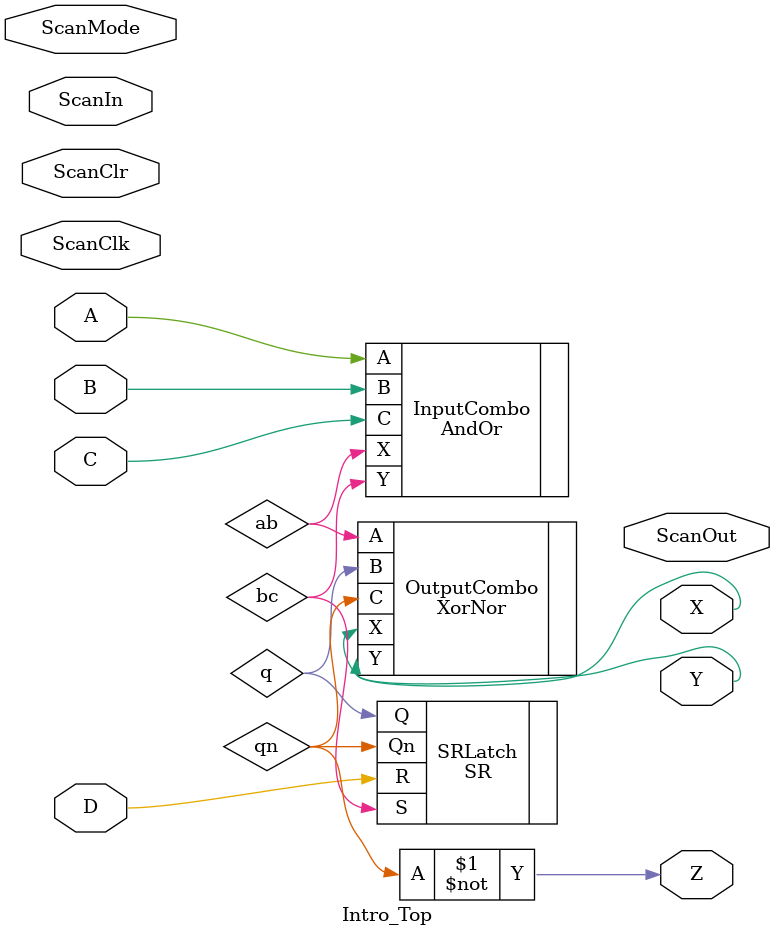
<source format=v>
module Intro_Top ( output X, Y, Z, input A, B, C, D
                 , output ScanOut
                 ,  input ScanMode, ScanIn, ScanClr, ScanClk
                 );
  wire ab, bc, q, qn;  // Wires for internal connectivity.
  //
  assign #1 Z = ~qn; // Inverter by continuous assignment statement.
  //
   AndOr InputCombo  (.X(ab), .Y(bc), .A(A), .B(B), .C(C));
      SR SRLatch     (.Q(q), .Qn(qn), .S(bc), .R(D));
  XorNor OutputCombo (.X(X), .Y(Y), .A(ab), .B(q), .C(qn));
  //
endmodule // Intro_Top.

</source>
